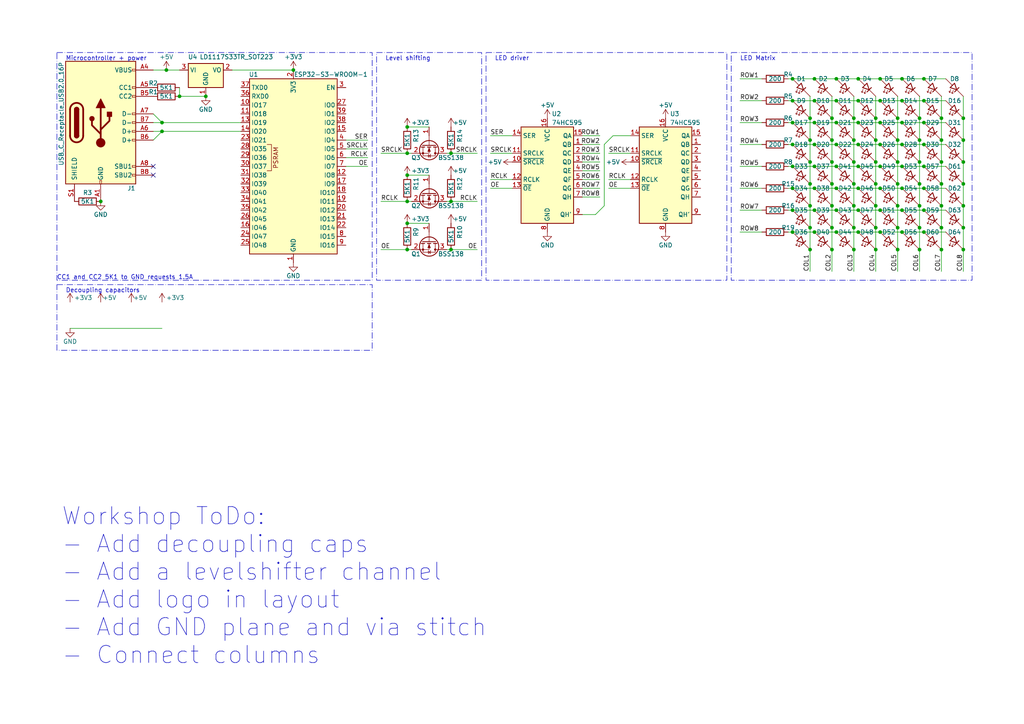
<source format=kicad_sch>
(kicad_sch (version 20230121) (generator eeschema)
  (paper "A4")
  (lib_symbols
    (symbol "74xx:74HC595"
      (property "Reference" "U" (at -7.62 13.97 0))
      (property "Value" "74HC595" (at -7.62 -16.51 0))
      (symbol "74HC595_1_0"
        (pin tri_state line (at 10.16 7.62 180) (length 2.54) (name "QB") (number "1"))
        (pin input line (at -10.16 2.54 0) (length 2.54) (name "~{SRCLR}") (number "10"))
        (pin input line (at -10.16 5.08 0) (length 2.54) (name "SRCLK") (number "11"))
        (pin input line (at -10.16 -2.54 0) (length 2.54) (name "RCLK") (number "12"))
        (pin input line (at -10.16 -5.08 0) (length 2.54) (name "~{OE}") (number "13"))
        (pin input line (at -10.16 10.16 0) (length 2.54) (name "SER") (number "14"))
        (pin tri_state line (at 10.16 10.16 180) (length 2.54) (name "QA") (number "15"))
        (pin power_in line (at 0 15.24 270) (length 2.54) (name "VCC") (number "16"))
        (pin tri_state line (at 10.16 5.08 180) (length 2.54) (name "QC") (number "2"))
        (pin tri_state line (at 10.16 2.54 180) (length 2.54) (name "QD") (number "3"))
        (pin tri_state line (at 10.16 0 180) (length 2.54) (name "QE") (number "4"))
        (pin tri_state line (at 10.16 -2.54 180) (length 2.54) (name "QF") (number "5"))
        (pin tri_state line (at 10.16 -5.08 180) (length 2.54) (name "QG") (number "6"))
        (pin tri_state line (at 10.16 -7.62 180) (length 2.54) (name "QH") (number "7"))
        (pin power_in line (at 0 -17.78 90) (length 2.54) (name "GND") (number "8"))
        (pin output line (at 10.16 -12.7 180) (length 2.54) (name "QH'") (number "9"))
      )
      (symbol "74HC595_1_1"
        (rectangle (start -7.62 12.7) (end 7.62 -15.24) (stroke (width 0.254)) (fill (type background)))
      )
    )
    (symbol "Connector:USB_C_Receptacle_USB2.0_16P" (pin_names (offset 1.016))
      (property "Reference" "J" (at 0 22.225 0))
      (property "Value" "USB_C_Receptacle_USB2.0_16P" (at 0 19.685 0))
      (symbol "USB_C_Receptacle_USB2.0_16P_0_0"
        (rectangle (start -0.254 -17.78) (end 0.254 -16.764))
        (rectangle (start 10.16 -14.986) (end 9.144 -15.494))
        (rectangle (start 10.16 -12.446) (end 9.144 -12.954))
        (rectangle (start 10.16 -4.826) (end 9.144 -5.334))
        (rectangle (start 10.16 -2.286) (end 9.144 -2.794))
        (rectangle (start 10.16 0.254) (end 9.144 -0.254))
        (rectangle (start 10.16 2.794) (end 9.144 2.286))
        (rectangle (start 10.16 7.874) (end 9.144 7.366))
        (rectangle (start 10.16 10.414) (end 9.144 9.906))
        (rectangle (start 10.16 15.494) (end 9.144 14.986))
      )
      (symbol "USB_C_Receptacle_USB2.0_16P_0_1"
        (rectangle (start -10.16 17.78) (end 10.16 -17.78) (stroke (width 0.254)) (fill (type background)))
        (arc (start -8.89 -3.81) (mid -6.985 -5.7067) (end -5.08 -3.81) (stroke (width 0.508)))
        (arc (start -7.62 -3.81) (mid -6.985 -4.4423) (end -6.35 -3.81) (stroke (width 0.254)))
        (arc (start -7.62 -3.81) (mid -6.985 -4.4423) (end -6.35 -3.81) (stroke (width 0.254)) (fill (type outline)))
        (rectangle (start -7.62 -3.81) (end -6.35 3.81) (stroke (width 0.254)) (fill (type outline)))
        (arc (start -6.35 3.81) (mid -6.985 4.4423) (end -7.62 3.81) (stroke (width 0.254)))
        (arc (start -6.35 3.81) (mid -6.985 4.4423) (end -7.62 3.81) (stroke (width 0.254)) (fill (type outline)))
        (arc (start -5.08 3.81) (mid -6.985 5.7067) (end -8.89 3.81) (stroke (width 0.508)))
        (circle (center -2.54 1.143) (radius 0.635) (stroke (width 0.254)) (fill (type outline)))
        (circle (center 0 -5.842) (radius 1.27) (fill (type outline)))
        (polyline (pts (xy -8.89 -3.81) (xy -8.89 3.81)) (stroke (width 0.508)))
        (polyline (pts (xy -5.08 3.81) (xy -5.08 -3.81)) (stroke (width 0.508)))
        (polyline (pts (xy 0 -5.842) (xy 0 4.318)) (stroke (width 0.508)))
        (polyline (pts (xy 0 -3.302) (xy -2.54 -0.762) (xy -2.54 0.508)) (stroke (width 0.508)))
        (polyline (pts (xy 0 -2.032) (xy 2.54 0.508) (xy 2.54 1.778)) (stroke (width 0.508)))
        (polyline (pts (xy -1.27 4.318) (xy 0 6.858) (xy 1.27 4.318) (xy -1.27 4.318)) (stroke (width 0.254)) (fill (type outline)))
        (rectangle (start 1.905 1.778) (end 3.175 3.048) (stroke (width 0.254)) (fill (type outline)))
      )
      (symbol "USB_C_Receptacle_USB2.0_16P_1_1"
        (pin passive line (at 0 -22.86 90) (length 5.08) (name "GND") (number "A1"))
        (pin passive line (at 0 -22.86 90) (length 5.08) hide (name "GND") (number "A12"))
        (pin passive line (at 15.24 15.24 180) (length 5.08) (name "VBUS") (number "A4"))
        (pin bidirectional line (at 15.24 10.16 180) (length 5.08) (name "CC1") (number "A5"))
        (pin bidirectional line (at 15.24 -2.54 180) (length 5.08) (name "D+") (number "A6"))
        (pin bidirectional line (at 15.24 2.54 180) (length 5.08) (name "D-") (number "A7"))
        (pin bidirectional line (at 15.24 -12.7 180) (length 5.08) (name "SBU1") (number "A8"))
        (pin passive line (at 15.24 15.24 180) (length 5.08) hide (name "VBUS") (number "A9"))
        (pin passive line (at 0 -22.86 90) (length 5.08) hide (name "GND") (number "B1"))
        (pin passive line (at 0 -22.86 90) (length 5.08) hide (name "GND") (number "B12"))
        (pin passive line (at 15.24 15.24 180) (length 5.08) hide (name "VBUS") (number "B4"))
        (pin bidirectional line (at 15.24 7.62 180) (length 5.08) (name "CC2") (number "B5"))
        (pin bidirectional line (at 15.24 -5.08 180) (length 5.08) (name "D+") (number "B6"))
        (pin bidirectional line (at 15.24 0 180) (length 5.08) (name "D-") (number "B7"))
        (pin bidirectional line (at 15.24 -15.24 180) (length 5.08) (name "SBU2") (number "B8"))
        (pin passive line (at 15.24 15.24 180) (length 5.08) hide (name "VBUS") (number "B9"))
        (pin passive line (at -7.62 -22.86 90) (length 5.08) (name "SHIELD") (number "S1"))
      )
    )
    (symbol "Device:LED_45deg" (pin_numbers hide) (pin_names (offset 0) hide)
      (property "Reference" "D" (at 1.27 2.54 0))
      (property "Value" "LED_45deg" (at 1.27 0 0))
      (symbol "LED_45deg_0_1"
        (polyline (pts (xy -1.4732 -1.4224) (xy -1.6256 -1.0668)))
        (polyline (pts (xy -0.7112 -1.7272) (xy -0.8636 -1.3716)))
        (polyline (pts (xy -0.635 0.635) (xy -2.54 2.54)))
        (polyline (pts (xy 0 -1.27) (xy 1.27 0)) (stroke (width 0.254)))
        (polyline (pts (xy 2.54 -2.54) (xy 0.635 -0.635)))
        (polyline (pts (xy -1.1176 -0.508) (xy -1.4732 -1.4224) (xy -1.1176 -1.27)))
        (polyline (pts (xy -0.3556 -0.8128) (xy -0.7112 -1.7272) (xy -0.3556 -1.5748)))
        (polyline (pts (xy -1.27 0) (xy 0 1.27) (xy 0.635 -0.635) (xy -1.27 0)) (stroke (width 0.254)))
      )
      (symbol "LED_45deg_1_1"
        (pin passive line (at 2.54 -2.54 180) (length 0) (name "K") (number "1"))
        (pin passive line (at -2.54 2.54 0) (length 0) (name "A") (number "2"))
      )
    )
    (symbol "Device:R" (pin_numbers hide) (pin_names (offset 0))
      (property "Reference" "R" (at 2.032 0 90))
      (property "Value" "R" (at 0 0 90))
      (symbol "R_0_1"
        (rectangle (start -1.016 -2.54) (end 1.016 2.54) (stroke (width 0.254)))
      )
      (symbol "R_1_1"
        (pin passive line (at 0 3.81 270) (length 1.27) (name "~") (number "1"))
        (pin passive line (at 0 -3.81 90) (length 1.27) (name "~") (number "2"))
      )
    )
    (symbol "RF_Module:ESP32-S3-WROOM-1"
      (property "Reference" "U" (at -12.7 26.67 0))
      (property "Value" "ESP32-S3-WROOM-1" (at 12.7 26.67 0))
      (symbol "ESP32-S3-WROOM-1_0_0"
        (rectangle (start -12.7 25.4) (end 12.7 -25.4) (stroke (width 0.254)) (fill (type background)))
        (text "PSRAM" (at 5.08 2.54 900) (effects (font (size 1.27 1.27))))
      )
      (symbol "ESP32-S3-WROOM-1_0_1"
        (polyline (pts (xy 7.62 -1.27) (xy 6.35 -1.27) (xy 6.35 6.35) (xy 7.62 6.35)))
      )
      (symbol "ESP32-S3-WROOM-1_1_1"
        (pin power_in line (at 0 -27.94 90) (length 2.54) (name "GND") (number "1"))
        (pin bidirectional line (at 15.24 17.78 180) (length 2.54) (name "IO17") (number "10"))
        (pin bidirectional line (at 15.24 15.24 180) (length 2.54) (name "IO18") (number "11"))
        (pin bidirectional line (at -15.24 -2.54 0) (length 2.54) (name "IO8") (number "12"))
        (pin bidirectional line (at 15.24 12.7 180) (length 2.54) (name "IO19") (number "13"))
        (pin bidirectional line (at 15.24 10.16 180) (length 2.54) (name "IO20") (number "14"))
        (pin bidirectional line (at -15.24 10.16 0) (length 2.54) (name "IO3") (number "15"))
        (pin bidirectional line (at 15.24 -17.78 180) (length 2.54) (name "IO46") (number "16"))
        (pin bidirectional line (at -15.24 -5.08 0) (length 2.54) (name "IO9") (number "17"))
        (pin bidirectional line (at -15.24 -7.62 0) (length 2.54) (name "IO10") (number "18"))
        (pin bidirectional line (at -15.24 -10.16 0) (length 2.54) (name "IO11") (number "19"))
        (pin power_in line (at 0 27.94 270) (length 2.54) (name "3V3") (number "2"))
        (pin bidirectional line (at -15.24 -12.7 0) (length 2.54) (name "IO12") (number "20"))
        (pin bidirectional line (at -15.24 -15.24 0) (length 2.54) (name "IO13") (number "21"))
        (pin bidirectional line (at -15.24 -17.78 0) (length 2.54) (name "IO14") (number "22"))
        (pin bidirectional line (at 15.24 7.62 180) (length 2.54) (name "IO21") (number "23"))
        (pin bidirectional line (at 15.24 -20.32 180) (length 2.54) (name "IO47") (number "24"))
        (pin bidirectional line (at 15.24 -22.86 180) (length 2.54) (name "IO48") (number "25"))
        (pin bidirectional line (at 15.24 -15.24 180) (length 2.54) (name "IO45") (number "26"))
        (pin bidirectional line (at -15.24 17.78 0) (length 2.54) (name "IO0") (number "27"))
        (pin bidirectional line (at 15.24 5.08 180) (length 2.54) (name "IO35") (number "28"))
        (pin bidirectional line (at 15.24 2.54 180) (length 2.54) (name "IO36") (number "29"))
        (pin input line (at -15.24 22.86 0) (length 2.54) (name "EN") (number "3"))
        (pin bidirectional line (at 15.24 0 180) (length 2.54) (name "IO37") (number "30"))
        (pin bidirectional line (at 15.24 -2.54 180) (length 2.54) (name "IO38") (number "31"))
        (pin bidirectional line (at 15.24 -5.08 180) (length 2.54) (name "IO39") (number "32"))
        (pin bidirectional line (at 15.24 -7.62 180) (length 2.54) (name "IO40") (number "33"))
        (pin bidirectional line (at 15.24 -10.16 180) (length 2.54) (name "IO41") (number "34"))
        (pin bidirectional line (at 15.24 -12.7 180) (length 2.54) (name "IO42") (number "35"))
        (pin bidirectional line (at 15.24 20.32 180) (length 2.54) (name "RXD0") (number "36"))
        (pin bidirectional line (at 15.24 22.86 180) (length 2.54) (name "TXD0") (number "37"))
        (pin bidirectional line (at -15.24 12.7 0) (length 2.54) (name "IO2") (number "38"))
        (pin bidirectional line (at -15.24 15.24 0) (length 2.54) (name "IO1") (number "39"))
        (pin bidirectional line (at -15.24 7.62 0) (length 2.54) (name "IO4") (number "4"))
        (pin passive line (at 0 -27.94 90) (length 2.54) hide (name "GND") (number "40"))
        (pin passive line (at 0 -27.94 90) (length 2.54) hide (name "GND") (number "41"))
        (pin bidirectional line (at -15.24 5.08 0) (length 2.54) (name "IO5") (number "5"))
        (pin bidirectional line (at -15.24 2.54 0) (length 2.54) (name "IO6") (number "6"))
        (pin bidirectional line (at -15.24 0 0) (length 2.54) (name "IO7") (number "7"))
        (pin bidirectional line (at -15.24 -20.32 0) (length 2.54) (name "IO15") (number "8"))
        (pin bidirectional line (at -15.24 -22.86 0) (length 2.54) (name "IO16") (number "9"))
      )
    )
    (symbol "Regulator_Linear:LD1117S33TR_SOT223"
      (property "Reference" "U" (at -3.81 3.175 0))
      (property "Value" "LD1117S33TR_SOT223" (at 0 3.175 0))
      (symbol "LD1117S33TR_SOT223_0_1"
        (rectangle (start -5.08 -5.08) (end 5.08 1.905) (stroke (width 0.254)) (fill (type background)))
      )
      (symbol "LD1117S33TR_SOT223_1_1"
        (pin power_in line (at 0 -7.62 90) (length 2.54) (name "GND") (number "1"))
        (pin power_out line (at 7.62 0 180) (length 2.54) (name "VO") (number "2"))
        (pin power_in line (at -7.62 0 0) (length 2.54) (name "VI") (number "3"))
      )
    )
    (symbol "Transistor_FET:BSS138" (pin_names hide)
      (property "Reference" "Q" (at 5.08 1.905 0))
      (property "Value" "BSS138" (at 5.08 0 0))
      (symbol "BSS138_0_1"
        (polyline (pts (xy 0.254 0) (xy -2.54 0)))
        (polyline (pts (xy 0.254 1.905) (xy 0.254 -1.905)) (stroke (width 0.254)))
        (polyline (pts (xy 0.762 -1.27) (xy 0.762 -2.286)) (stroke (width 0.254)))
        (polyline (pts (xy 0.762 0.508) (xy 0.762 -0.508)) (stroke (width 0.254)))
        (polyline (pts (xy 0.762 2.286) (xy 0.762 1.27)) (stroke (width 0.254)))
        (polyline (pts (xy 2.54 2.54) (xy 2.54 1.778)))
        (polyline (pts (xy 2.54 -2.54) (xy 2.54 0) (xy 0.762 0)))
        (polyline (pts (xy 0.762 -1.778) (xy 3.302 -1.778) (xy 3.302 1.778) (xy 0.762 1.778)))
        (polyline (pts (xy 1.016 0) (xy 2.032 0.381) (xy 2.032 -0.381) (xy 1.016 0)) (fill (type outline)))
        (polyline (pts (xy 2.794 0.508) (xy 2.921 0.381) (xy 3.683 0.381) (xy 3.81 0.254)))
        (polyline (pts (xy 3.302 0.381) (xy 2.921 -0.254) (xy 3.683 -0.254) (xy 3.302 0.381)))
        (circle (center 1.651 0) (radius 2.794) (stroke (width 0.254)))
        (circle (center 2.54 -1.778) (radius 0.254) (fill (type outline)))
        (circle (center 2.54 1.778) (radius 0.254) (fill (type outline)))
      )
      (symbol "BSS138_1_1"
        (pin input line (at -5.08 0 0) (length 2.54) (name "G") (number "1"))
        (pin passive line (at 2.54 -5.08 90) (length 2.54) (name "S") (number "2"))
        (pin passive line (at 2.54 5.08 270) (length 2.54) (name "D") (number "3"))
      )
    )
    (symbol "power:+3V3" (power) (pin_names (offset 0))
      (property "Value" "+3V3" (at 0 3.556 0))
      (symbol "+3V3_0_1"
        (polyline (pts (xy -0.762 1.27) (xy 0 2.54)))
        (polyline (pts (xy 0 0) (xy 0 2.54)))
        (polyline (pts (xy 0 2.54) (xy 0.762 1.27)))
      )
      (symbol "+3V3_1_1"
        (pin power_in line (at 0 0 90) (length 0) hide (name "+3V3") (number "1"))
      )
    )
    (symbol "power:+5V" (power) (pin_names (offset 0))
      (property "Value" "+5V" (at 0 3.556 0))
      (symbol "+5V_0_1"
        (polyline (pts (xy -0.762 1.27) (xy 0 2.54)))
        (polyline (pts (xy 0 0) (xy 0 2.54)))
        (polyline (pts (xy 0 2.54) (xy 0.762 1.27)))
      )
      (symbol "+5V_1_1"
        (pin power_in line (at 0 0 90) (length 0) hide (name "+5V") (number "1"))
      )
    )
    (symbol "power:GND" (power) (pin_names (offset 0))
      (property "Value" "GND" (at 0 -3.81 0))
      (symbol "GND_0_1"
        (polyline (pts (xy 0 0) (xy 0 -1.27) (xy 1.27 -1.27) (xy 0 -2.54) (xy -1.27 -1.27) (xy 0 -1.27)))
      )
      (symbol "GND_1_1"
        (pin power_in line (at 0 0 270) (length 0) hide (name "GND") (number "1"))
      )
    )
  )
  (junction (at 261.62 54.61))
  (junction (at 254 34.29))
  (junction (at 242.57 41.91))
  (junction (at 247.65 46.99))
  (junction (at 267.97 54.61))
  (junction (at 229.87 54.61))
  (junction (at 266.7 40.64))
  (junction (at 248.92 60.96))
  (junction (at 118.11 58.42))
  (junction (at 260.35 34.29))
  (junction (at 267.97 35.56))
  (junction (at 254 46.99))
  (junction (at 241.3 46.99))
  (junction (at 241.3 53.34))
  (junction (at 229.87 22.86))
  (junction (at 279.4 34.29))
  (junction (at 247.65 40.64))
  (junction (at 261.62 29.21))
  (junction (at 241.3 59.69))
  (junction (at 247.65 34.29))
  (junction (at 247.65 59.69))
  (junction (at 247.65 72.39))
  (junction (at 266.7 34.29))
  (junction (at 242.57 67.31))
  (junction (at 260.35 40.64))
  (junction (at 248.92 54.61))
  (junction (at 279.4 53.34))
  (junction (at 266.7 46.99))
  (junction (at 260.35 59.69))
  (junction (at 229.87 48.26))
  (junction (at 261.62 35.56))
  (junction (at 247.65 66.04))
  (junction (at 255.27 67.31))
  (junction (at 247.65 53.34))
  (junction (at 130.81 44.45))
  (junction (at 261.62 67.31))
  (junction (at 267.97 67.31))
  (junction (at 242.57 60.96))
  (junction (at 234.95 66.04))
  (junction (at 279.4 40.64))
  (junction (at 266.7 66.04))
  (junction (at 273.05 72.39))
  (junction (at 241.3 34.29))
  (junction (at 29.21 58.42))
  (junction (at 261.62 22.86))
  (junction (at 242.57 54.61))
  (junction (at 229.87 41.91))
  (junction (at 241.3 72.39))
  (junction (at 118.11 36.83))
  (junction (at 229.87 67.31))
  (junction (at 118.11 50.8))
  (junction (at 273.05 34.29))
  (junction (at 273.05 46.99))
  (junction (at 248.92 67.31))
  (junction (at 254 66.04))
  (junction (at 130.81 72.39))
  (junction (at 255.27 54.61))
  (junction (at 254 53.34))
  (junction (at 260.35 53.34))
  (junction (at 236.22 22.86))
  (junction (at 279.4 66.04))
  (junction (at 46.99 38.1))
  (junction (at 234.95 40.64))
  (junction (at 273.05 40.64))
  (junction (at 267.97 29.21))
  (junction (at 236.22 67.31))
  (junction (at 279.4 59.69))
  (junction (at 273.05 53.34))
  (junction (at 260.35 66.04))
  (junction (at 52.07 27.94))
  (junction (at 234.95 34.29))
  (junction (at 234.95 72.39))
  (junction (at 46.99 35.56))
  (junction (at 242.57 29.21))
  (junction (at 118.11 72.39))
  (junction (at 229.87 29.21))
  (junction (at 254 59.69))
  (junction (at 248.92 48.26))
  (junction (at 59.69 27.94))
  (junction (at 248.92 22.86))
  (junction (at 248.92 35.56))
  (junction (at 267.97 48.26))
  (junction (at 234.95 53.34))
  (junction (at 260.35 72.39))
  (junction (at 255.27 29.21))
  (junction (at 236.22 35.56))
  (junction (at 236.22 29.21))
  (junction (at 254 40.64))
  (junction (at 85.09 20.32))
  (junction (at 241.3 66.04))
  (junction (at 236.22 48.26))
  (junction (at 236.22 54.61))
  (junction (at 241.3 40.64))
  (junction (at 266.7 59.69))
  (junction (at 260.35 46.99))
  (junction (at 234.95 46.99))
  (junction (at 261.62 48.26))
  (junction (at 130.81 58.42))
  (junction (at 266.7 53.34))
  (junction (at 118.11 44.45))
  (junction (at 242.57 35.56))
  (junction (at 255.27 60.96))
  (junction (at 254 72.39))
  (junction (at 229.87 35.56))
  (junction (at 118.11 64.77))
  (junction (at 267.97 22.86))
  (junction (at 273.05 59.69))
  (junction (at 267.97 41.91))
  (junction (at 236.22 41.91))
  (junction (at 279.4 72.39))
  (junction (at 236.22 60.96))
  (junction (at 242.57 48.26))
  (junction (at 273.05 66.04))
  (junction (at 248.92 41.91))
  (junction (at 266.7 72.39))
  (junction (at 234.95 59.69))
  (junction (at 255.27 41.91))
  (junction (at 261.62 60.96))
  (junction (at 267.97 60.96))
  (junction (at 48.26 20.32))
  (junction (at 255.27 22.86))
  (junction (at 255.27 35.56))
  (junction (at 255.27 48.26))
  (junction (at 279.4 46.99))
  (junction (at 261.62 41.91))
  (junction (at 242.57 22.86))
  (junction (at 229.87 60.96))
  (junction (at 248.92 29.21))
  (no_connect (at 44.45 50.8))
  (no_connect (at 44.45 48.26))
  (wire (pts (xy 106.68 48.26) (xy 100.33 48.26)))
  (wire (pts (xy 241.3 66.04) (xy 241.3 59.69)))
  (wire (pts (xy 46.99 38.1) (xy 44.45 40.64)))
  (wire (pts (xy 247.65 46.99) (xy 247.65 40.64)))
  (wire (pts (xy 242.57 48.26) (xy 248.92 48.26)))
  (wire (pts (xy 255.27 29.21) (xy 261.62 29.21)))
  (wire (pts (xy 234.95 72.39) (xy 234.95 66.04)))
  (wire (pts (xy 168.91 54.61) (xy 173.99 54.61)))
  (wire (pts (xy 241.3 34.29) (xy 241.3 27.94)))
  (wire (pts (xy 247.65 34.29) (xy 247.65 40.64)))
  (wire (pts (xy 241.3 34.29) (xy 241.3 40.64)))
  (wire (pts (xy 273.05 46.99) (xy 273.05 53.34)))
  (wire (pts (xy 273.05 34.29) (xy 273.05 27.94)))
  (wire (pts (xy 214.63 48.26) (xy 220.98 48.26)))
  (wire (pts (xy 46.99 35.56) (xy 69.85 35.56)))
  (wire (pts (xy 254 72.39) (xy 254 66.04)))
  (wire (pts (xy 228.6 54.61) (xy 229.87 54.61)))
  (wire (pts (xy 254 46.99) (xy 254 40.64)))
  (wire (pts (xy 247.65 34.29) (xy 247.65 27.94)))
  (wire (pts (xy 248.92 48.26) (xy 255.27 48.26)))
  (wire (pts (xy 168.91 41.91) (xy 173.99 41.91)))
  (wire (pts (xy 279.4 46.99) (xy 279.4 53.34)))
  (wire (pts (xy 130.81 58.42) (xy 129.54 58.42)))
  (wire (pts (xy 214.63 35.56) (xy 220.98 35.56)))
  (wire (pts (xy 118.11 36.83) (xy 124.46 36.83)))
  (wire (pts (xy 266.7 34.29) (xy 266.7 40.64)))
  (wire (pts (xy 261.62 48.26) (xy 267.97 48.26)))
  (wire (pts (xy 110.49 58.42) (xy 118.11 58.42)))
  (wire (pts (xy 236.22 29.21) (xy 242.57 29.21)))
  (wire (pts (xy 267.97 48.26) (xy 274.32 48.26)))
  (wire (pts (xy 214.63 41.91) (xy 220.98 41.91)))
  (wire (pts (xy 279.4 78.74) (xy 279.4 72.39)))
  (wire (pts (xy 247.65 66.04) (xy 247.65 59.69)))
  (wire (pts (xy 46.99 38.1) (xy 69.85 38.1)))
  (wire (pts (xy 242.57 22.86) (xy 248.92 22.86)))
  (wire (pts (xy 267.97 54.61) (xy 274.32 54.61)))
  (wire (pts (xy 248.92 35.56) (xy 255.27 35.56)))
  (wire (pts (xy 228.6 35.56) (xy 229.87 35.56)))
  (wire (pts (xy 273.05 66.04) (xy 273.05 59.69)))
  (wire (pts (xy 267.97 22.86) (xy 274.32 22.86)))
  (wire (pts (xy 242.57 60.96) (xy 248.92 60.96)))
  (wire (pts (xy 229.87 67.31) (xy 236.22 67.31)))
  (wire (pts (xy 214.63 22.86) (xy 220.98 22.86)))
  (wire (pts (xy 242.57 35.56) (xy 248.92 35.56)))
  (wire (pts (xy 261.62 29.21) (xy 267.97 29.21)))
  (wire (pts (xy 273.05 78.74) (xy 273.05 72.39)))
  (wire (pts (xy 254 59.69) (xy 254 53.34)))
  (wire (pts (xy 279.4 34.29) (xy 279.4 40.64)))
  (wire (pts (xy 110.49 44.45) (xy 118.11 44.45)))
  (wire (pts (xy 177.8 39.37) (xy 182.88 39.37)))
  (wire (pts (xy 261.62 35.56) (xy 267.97 35.56)))
  (wire (pts (xy 247.65 78.74) (xy 247.65 72.39)))
  (wire (pts (xy 247.65 46.99) (xy 247.65 53.34)))
  (wire (pts (xy 279.4 59.69) (xy 279.4 53.34)))
  (wire (pts (xy 142.24 44.45) (xy 148.59 44.45)))
  (wire (pts (xy 254 34.29) (xy 254 27.94)))
  (wire (pts (xy 248.92 67.31) (xy 255.27 67.31)))
  (wire (pts (xy 118.11 72.39) (xy 119.38 72.39)))
  (wire (pts (xy 255.27 35.56) (xy 261.62 35.56)))
  (wire (pts (xy 241.3 78.74) (xy 241.3 72.39)))
  (wire (pts (xy 260.35 66.04) (xy 260.35 59.69)))
  (wire (pts (xy 247.65 59.69) (xy 247.65 53.34)))
  (wire (pts (xy 273.05 72.39) (xy 273.05 66.04)))
  (wire (pts (xy 267.97 35.56) (xy 274.32 35.56)))
  (wire (pts (xy 261.62 54.61) (xy 267.97 54.61)))
  (wire (pts (xy 44.45 20.32) (xy 48.26 20.32)))
  (wire (pts (xy 130.81 44.45) (xy 129.54 44.45)))
  (wire (pts (xy 228.6 29.21) (xy 229.87 29.21)))
  (wire (pts (xy 176.53 44.45) (xy 182.88 44.45)))
  (wire (pts (xy 234.95 34.29) (xy 234.95 40.64)))
  (wire (pts (xy 229.87 41.91) (xy 236.22 41.91)))
  (wire (pts (xy 228.6 48.26) (xy 229.87 48.26)))
  (wire (pts (xy 266.7 59.69) (xy 266.7 53.34)))
  (wire (pts (xy 260.35 46.99) (xy 260.35 40.64)))
  (wire (pts (xy 44.45 38.1) (xy 46.99 38.1)))
  (wire (pts (xy 229.87 60.96) (xy 236.22 60.96)))
  (wire (pts (xy 267.97 60.96) (xy 274.32 60.96)))
  (wire (pts (xy 44.45 35.56) (xy 46.99 35.56)))
  (wire (pts (xy 234.95 46.99) (xy 234.95 53.34)))
  (wire (pts (xy 229.87 29.21) (xy 236.22 29.21)))
  (wire (pts (xy 266.7 34.29) (xy 266.7 27.94)))
  (wire (pts (xy 236.22 22.86) (xy 242.57 22.86)))
  (wire (pts (xy 255.27 60.96) (xy 261.62 60.96)))
  (wire (pts (xy 130.81 58.42) (xy 138.43 58.42)))
  (wire (pts (xy 142.24 52.07) (xy 148.59 52.07)))
  (wire (pts (xy 175.26 59.69) (xy 175.26 41.91)))
  (wire (pts (xy 236.22 48.26) (xy 242.57 48.26)))
  (wire (pts (xy 214.63 60.96) (xy 220.98 60.96)))
  (wire (pts (xy 242.57 29.21) (xy 248.92 29.21)))
  (wire (pts (xy 236.22 35.56) (xy 242.57 35.56)))
  (wire (pts (xy 236.22 67.31) (xy 242.57 67.31)))
  (wire (pts (xy 266.7 46.99) (xy 266.7 53.34)))
  (wire (pts (xy 168.91 49.53) (xy 173.99 49.53)))
  (wire (pts (xy 234.95 78.74) (xy 234.95 72.39)))
  (wire (pts (xy 255.27 41.91) (xy 261.62 41.91)))
  (wire (pts (xy 236.22 60.96) (xy 242.57 60.96)))
  (wire (pts (xy 248.92 22.86) (xy 255.27 22.86)))
  (wire (pts (xy 106.68 45.72) (xy 100.33 45.72)))
  (wire (pts (xy 20.32 95.25) (xy 46.99 95.25)))
  (wire (pts (xy 44.45 33.02) (xy 46.99 35.56)))
  (wire (pts (xy 266.7 66.04) (xy 266.7 59.69)))
  (wire (pts (xy 260.35 59.69) (xy 260.35 53.34)))
  (wire (pts (xy 214.63 54.61) (xy 220.98 54.61)))
  (wire (pts (xy 261.62 67.31) (xy 267.97 67.31)))
  (wire (pts (xy 234.95 46.99) (xy 234.95 40.64)))
  (wire (pts (xy 255.27 54.61) (xy 261.62 54.61)))
  (wire (pts (xy 261.62 22.86) (xy 267.97 22.86)))
  (wire (pts (xy 279.4 46.99) (xy 279.4 40.64)))
  (wire (pts (xy 67.31 20.32) (xy 85.09 20.32)))
  (wire (pts (xy 242.57 54.61) (xy 248.92 54.61)))
  (wire (pts (xy 168.91 57.15) (xy 173.99 57.15)))
  (wire (pts (xy 247.65 72.39) (xy 247.65 66.04)))
  (wire (pts (xy 266.7 72.39) (xy 266.7 66.04)))
  (wire (pts (xy 236.22 54.61) (xy 242.57 54.61)))
  (wire (pts (xy 279.4 72.39) (xy 279.4 66.04)))
  (wire (pts (xy 260.35 78.74) (xy 260.35 72.39)))
  (wire (pts (xy 234.95 66.04) (xy 234.95 59.69)))
  (wire (pts (xy 118.11 64.77) (xy 124.46 64.77)))
  (wire (pts (xy 241.3 72.39) (xy 241.3 66.04)))
  (wire (pts (xy 279.4 66.04) (xy 279.4 59.69)))
  (wire (pts (xy 267.97 67.31) (xy 274.32 67.31)))
  (wire (pts (xy 142.24 39.37) (xy 148.59 39.37)))
  (wire (pts (xy 260.35 46.99) (xy 260.35 53.34)))
  (wire (pts (xy 52.07 20.32) (xy 48.26 20.32)))
  (wire (pts (xy 175.26 41.91) (xy 177.8 39.37)))
  (wire (pts (xy 168.91 39.37) (xy 173.99 39.37)))
  (wire (pts (xy 248.92 41.91) (xy 255.27 41.91)))
  (wire (pts (xy 52.07 27.94) (xy 52.07 25.4)))
  (wire (pts (xy 241.3 59.69) (xy 241.3 53.34)))
  (wire (pts (xy 118.11 50.8) (xy 124.46 50.8)))
  (wire (pts (xy 229.87 22.86) (xy 236.22 22.86)))
  (wire (pts (xy 229.87 54.61) (xy 236.22 54.61)))
  (wire (pts (xy 168.91 62.23) (xy 172.72 62.23)))
  (wire (pts (xy 168.91 46.99) (xy 173.99 46.99)))
  (wire (pts (xy 110.49 72.39) (xy 118.11 72.39)))
  (wire (pts (xy 255.27 67.31) (xy 261.62 67.31)))
  (wire (pts (xy 168.91 44.45) (xy 173.99 44.45)))
  (wire (pts (xy 254 78.74) (xy 254 72.39)))
  (wire (pts (xy 260.35 34.29) (xy 260.35 40.64)))
  (wire (pts (xy 273.05 34.29) (xy 273.05 40.64)))
  (wire (pts (xy 266.7 78.74) (xy 266.7 72.39)))
  (wire (pts (xy 228.6 41.91) (xy 229.87 41.91)))
  (wire (pts (xy 261.62 41.91) (xy 267.97 41.91)))
  (wire (pts (xy 279.4 34.29) (xy 279.4 27.94)))
  (wire (pts (xy 106.68 40.64) (xy 100.33 40.64)))
  (wire (pts (xy 267.97 29.21) (xy 274.32 29.21)))
  (wire (pts (xy 214.63 67.31) (xy 220.98 67.31)))
  (wire (pts (xy 273.05 46.99) (xy 273.05 40.64)))
  (wire (pts (xy 236.22 41.91) (xy 242.57 41.91)))
  (wire (pts (xy 260.35 72.39) (xy 260.35 66.04)))
  (wire (pts (xy 142.24 54.61) (xy 148.59 54.61)))
  (wire (pts (xy 255.27 48.26) (xy 261.62 48.26)))
  (wire (pts (xy 172.72 62.23) (xy 175.26 59.69)))
  (wire (pts (xy 254 66.04) (xy 254 59.69)))
  (wire (pts (xy 118.11 44.45) (xy 119.38 44.45)))
  (wire (pts (xy 266.7 46.99) (xy 266.7 40.64)))
  (wire (pts (xy 241.3 46.99) (xy 241.3 53.34)))
  (wire (pts (xy 176.53 54.61) (xy 182.88 54.61)))
  (wire (pts (xy 254 46.99) (xy 254 53.34)))
  (wire (pts (xy 234.95 34.29) (xy 234.95 27.94)))
  (wire (pts (xy 130.81 72.39) (xy 129.54 72.39)))
  (wire (pts (xy 248.92 60.96) (xy 255.27 60.96)))
  (wire (pts (xy 229.87 35.56) (xy 236.22 35.56)))
  (wire (pts (xy 176.53 52.07) (xy 182.88 52.07)))
  (wire (pts (xy 260.35 34.29) (xy 260.35 27.94)))
  (wire (pts (xy 106.68 43.18) (xy 100.33 43.18)))
  (wire (pts (xy 241.3 46.99) (xy 241.3 40.64)))
  (wire (pts (xy 228.6 22.86) (xy 229.87 22.86)))
  (wire (pts (xy 267.97 41.91) (xy 274.32 41.91)))
  (wire (pts (xy 254 34.29) (xy 254 40.64)))
  (wire (pts (xy 228.6 60.96) (xy 229.87 60.96)))
  (wire (pts (xy 273.05 59.69) (xy 273.05 53.34)))
  (wire (pts (xy 248.92 54.61) (xy 255.27 54.61)))
  (wire (pts (xy 242.57 41.91) (xy 248.92 41.91)))
  (wire (pts (xy 261.62 60.96) (xy 267.97 60.96)))
  (wire (pts (xy 168.91 52.07) (xy 173.99 52.07)))
  (wire (pts (xy 52.07 27.94) (xy 59.69 27.94)))
  (wire (pts (xy 214.63 29.21) (xy 220.98 29.21)))
  (wire (pts (xy 118.11 58.42) (xy 119.38 58.42)))
  (wire (pts (xy 130.81 72.39) (xy 138.43 72.39)))
  (wire (pts (xy 234.95 59.69) (xy 234.95 53.34)))
  (wire (pts (xy 130.81 44.45) (xy 138.43 44.45)))
  (wire (pts (xy 255.27 22.86) (xy 261.62 22.86)))
  (wire (pts (xy 242.57 67.31) (xy 248.92 67.31)))
  (wire (pts (xy 248.92 29.21) (xy 255.27 29.21)))
  (wire (pts (xy 228.6 67.31) (xy 229.87 67.31)))
  (wire (pts (xy 229.87 48.26) (xy 236.22 48.26)))
  (rectangle (start 212.09 15.24) (end 281.94 81.28) (stroke (width 0) (type dash_dot)))
  (rectangle (start 16.51 82.55) (end 107.95 101.6) (stroke (width 0) (type dash_dot)))
  (rectangle (start 109.22 15.24) (end 139.7 81.28) (stroke (width 0) (type dash_dot)))
  (rectangle (start 140.97 15.24) (end 210.82 81.28) (stroke (width 0) (type dash_dot)))
  (rectangle (start 16.51 15.24) (end 107.95 81.28) (stroke (width 0) (type dash_dot)))
  (text "Level shifting" (at 111.76 17.78 0) (effects (font (size 1.27 1.27)) (justify left bottom)))
  (text "LED driver" (at 143.51 17.78 0) (effects (font (size 1.27 1.27)) (justify left bottom)))
  (text "CC1 and CC2 5K1 to GND requests 1.5A" (at 16.51 81.28 0) (effects (font (size 1.27 1.27)) (justify left bottom)))
  (text "Workshop ToDo:\n- Add decoupling caps\n- Add a levelshifter channel\n- Add logo in layout\n- Add GND plane and via stitch\n- Connect columns" (at 17.78 193.04 0) (effects (font (size 5 5)) (justify left bottom)))
  (text "Decoupling capacitors" (at 19.05 85.09 0) (effects (font (size 1.27 1.27)) (justify left bottom)))
  (text "Microcontroller + power" (at 19.05 17.78 0) (effects (font (size 1.27 1.27)) (justify left bottom)))
  (text "LED Matrix" (at 214.63 17.78 0) (effects (font (size 1.27 1.27)) (justify left bottom)))
  (label "ROW8" (at 214.63 67.31 0))
  (label "SRCLK" (at 106.68 43.18 180))
  (label "ROW2" (at 173.99 41.91 180))
  (label "SRCLK" (at 142.24 44.45 0))
  (label "ROW7" (at 173.99 54.61 180))
  (label "COL3" (at 247.65 78.74 90))
  (label "RCLK" (at 138.43 58.42 180))
  (label "ROW1" (at 214.63 22.86 0))
  (label "SRCLK" (at 176.53 44.45 0))
  (label "OE" (at 176.53 54.61 0))
  (label "ROW4" (at 214.63 41.91 0))
  (label "ROW5" (at 214.63 48.26 0))
  (label "ROW7" (at 214.63 60.96 0))
  (label "ROW4" (at 173.99 46.99 180))
  (label "ROW6" (at 173.99 52.07 180))
  (label "COL5" (at 260.35 78.74 90))
  (label "COL2" (at 241.3 78.74 90))
  (label "RCLK" (at 142.24 52.07 0))
  (label "COL1" (at 234.95 78.74 90))
  (label "COL4" (at 254 78.74 90))
  (label "COL7" (at 273.05 78.74 90))
  (label "ROW5" (at 173.99 49.53 180))
  (label "SRCLK" (at 110.49 44.45 0))
  (label "ROW6" (at 214.63 54.61 0))
  (label "ROW3" (at 214.63 35.56 0))
  (label "COL8" (at 279.4 78.74 90))
  (label "COL6" (at 266.7 78.74 90))
  (label "ROW1" (at 173.99 39.37 180))
  (label "SER" (at 142.24 39.37 0))
  (label "ROW8" (at 173.99 57.15 180))
  (label "OE" (at 106.68 48.26 180))
  (label "RCLK" (at 106.68 45.72 180))
  (label "OE" (at 138.43 72.39 180))
  (label "SRCLK" (at 138.43 44.45 180))
  (label "ROW3" (at 173.99 44.45 180))
  (label "SER" (at 106.68 40.64 180))
  (label "ROW2" (at 214.63 29.21 0))
  (label "OE" (at 142.24 54.61 0))
  (label "RCLK" (at 176.53 52.07 0))
  (label "OE" (at 110.49 72.39 0))
  (label "RCLK" (at 110.49 58.42 0))
  (symbol (lib_id "Connector:USB_C_Receptacle_USB2.0_16P") (at 29.21 35.56 0) (unit 1)
    (property "Reference" "J1" (at 38.1 54.61 0))
    (property "Value" "USB_C_Receptacle_USB2.0_16P" (at 17.78 33.02 90))
    (property "Footprint" "Connector_USB:USB_C_Receptacle_HCTL_HC-TYPE-C-16P-01A" (effects hide))
    (property "Datasheet" "https://www.usb.org/sites/default/files/documents/usb_type-c.zip" (effects hide))
  )
  (symbol (lib_id "Device:LED_45deg") (at 276.86 31.75 0) (unit 1)
    (property "Reference" "D16" (at 276.86 29.21 0))
    (property "Value" "LED_45deg" (effects hide))
    (property "Footprint" "LED_SMD:LED_0805_2012Metric" (effects hide))
  )
  (symbol (lib_id "power:+3V3") (at 118.11 50.8 0) (unit 1)
    (property "Reference" "#PWR05" (effects hide))
    (property "Value" "+3V3" (at 121.92 49.53 0))
  )
  (symbol (lib_id "Device:LED_45deg") (at 276.86 38.1 0) (unit 1)
    (property "Reference" "D31" (at 276.86 35.56 0))
    (property "Value" "LED_45deg" (effects hide))
    (property "Footprint" "LED_SMD:LED_0805_2012Metric" (effects hide))
  )
  (symbol (lib_id "power:+5V") (at 182.88 46.99 90) (unit 1)
    (property "Reference" "#PWR09" (effects hide))
    (property "Value" "+5V" (at 177.8 46.99 90))
  )
  (symbol (lib_id "power:+5V") (at 148.59 46.99 90) (unit 1)
    (property "Reference" "#PWR018" (effects hide))
    (property "Value" "+5V" (at 143.51 46.99 90))
  )
  (symbol (lib_id "Device:LED_45deg") (at 270.51 44.45 0) (unit 1)
    (property "Reference" "D30" (at 270.51 41.91 0))
    (property "Value" "LED_45deg" (effects hide))
    (property "Footprint" "LED_SMD:LED_0805_2012Metric" (effects hide))
  )
  (symbol (lib_id "Device:LED_45deg") (at 238.76 38.1 0) (unit 1)
    (property "Reference" "D19" (at 238.76 35.56 0))
    (property "Value" "LED_45deg" (effects hide))
    (property "Footprint" "LED_SMD:LED_0805_2012Metric" (effects hide))
  )
  (symbol (lib_id "power:+3V3") (at 20.32 87.63 0) (unit 1)
    (property "Reference" "#PWR010" (effects hide))
    (property "Value" "+3V3" (at 24.13 86.36 0))
  )
  (symbol (lib_id "power:GND") (at 85.09 76.2 0) (unit 1)
    (property "Reference" "#PWR015" (effects hide))
    (property "Value" "GND" (at 85.09 80.01 0))
  )
  (symbol (lib_id "Device:R") (at 118.11 40.64 180) (unit 1)
    (property "Reference" "R13" (at 120.65 39.37 90))
    (property "Value" "5K1" (at 118.11 40.64 90))
    (property "Footprint" "Resistor_SMD:R_0805_2012Metric" (effects hide))
  )
  (symbol (lib_id "Device:LED_45deg") (at 232.41 69.85 0) (unit 1)
    (property "Reference" "D36" (at 232.41 67.31 0))
    (property "Value" "LED_45deg" (effects hide))
    (property "Footprint" "LED_SMD:LED_0805_2012Metric" (effects hide))
  )
  (symbol (lib_id "power:+5V") (at 130.81 64.77 0) (unit 1)
    (property "Reference" "#PWR04" (effects hide))
    (property "Value" "+5V" (at 133.35 63.5 0))
  )
  (symbol (lib_id "Device:LED_45deg") (at 232.41 57.15 0) (unit 1)
    (property "Reference" "D34" (at 232.41 54.61 0))
    (property "Value" "LED_45deg" (effects hide))
    (property "Footprint" "LED_SMD:LED_0805_2012Metric" (effects hide))
  )
  (symbol (lib_id "Device:LED_45deg") (at 238.76 44.45 0) (unit 1)
    (property "Reference" "D20" (at 238.76 41.91 0))
    (property "Value" "LED_45deg" (effects hide))
    (property "Footprint" "LED_SMD:LED_0805_2012Metric" (effects hide))
  )
  (symbol (lib_id "Device:LED_45deg") (at 270.51 31.75 0) (unit 1)
    (property "Reference" "D15" (at 270.51 29.21 0))
    (property "Value" "LED_45deg" (effects hide))
    (property "Footprint" "LED_SMD:LED_0805_2012Metric" (effects hide))
  )
  (symbol (lib_id "power:+5V") (at 29.21 87.63 0) (unit 1)
    (property "Reference" "#PWR021" (effects hide))
    (property "Value" "+5V" (at 31.75 86.36 0))
  )
  (symbol (lib_id "Device:LED_45deg") (at 232.41 63.5 0) (unit 1)
    (property "Reference" "D35" (at 232.41 60.96 0))
    (property "Value" "LED_45deg" (effects hide))
    (property "Footprint" "LED_SMD:LED_0805_2012Metric" (effects hide))
  )
  (symbol (lib_id "Device:R") (at 118.11 68.58 180) (unit 1)
    (property "Reference" "R9" (at 120.65 67.31 90))
    (property "Value" "5K1" (at 118.11 68.58 90))
    (property "Footprint" "Resistor_SMD:R_0805_2012Metric" (effects hide))
  )
  (symbol (lib_id "power:+5V") (at 130.81 36.83 0) (unit 1)
    (property "Reference" "#PWR08" (effects hide))
    (property "Value" "+5V" (at 133.35 35.56 0))
  )
  (symbol (lib_id "power:+3V3") (at 46.99 87.63 0) (unit 1)
    (property "Reference" "#PWR023" (effects hide))
    (property "Value" "+3V3" (at 50.8 86.36 0))
  )
  (symbol (lib_id "Device:LED_45deg") (at 276.86 69.85 0) (unit 1)
    (property "Reference" "D64" (at 276.86 67.31 0))
    (property "Value" "LED_45deg" (effects hide))
    (property "Footprint" "LED_SMD:LED_0805_2012Metric" (effects hide))
  )
  (symbol (lib_id "Device:LED_45deg") (at 245.11 44.45 0) (unit 1)
    (property "Reference" "D22" (at 245.11 41.91 0))
    (property "Value" "LED_45deg" (effects hide))
    (property "Footprint" "LED_SMD:LED_0805_2012Metric" (effects hide))
  )
  (symbol (lib_id "Device:LED_45deg") (at 251.46 57.15 0) (unit 1)
    (property "Reference" "D46" (at 251.46 54.61 0))
    (property "Value" "LED_45deg" (effects hide))
    (property "Footprint" "LED_SMD:LED_0805_2012Metric" (effects hide))
  )
  (symbol (lib_id "power:GND") (at 29.21 58.42 0) (unit 1)
    (property "Reference" "#PWR01" (effects hide))
    (property "Value" "GND" (at 29.21 62.23 0))
  )
  (symbol (lib_id "Device:R") (at 25.4 58.42 90) (unit 1)
    (property "Reference" "R3" (at 25.4 55.88 90))
    (property "Value" "5K1" (at 25.4 58.42 90))
    (property "Footprint" "Resistor_SMD:R_0805_2012Metric" (effects hide))
  )
  (symbol (lib_id "Device:LED_45deg") (at 270.51 69.85 0) (unit 1)
    (property "Reference" "D60" (at 270.51 67.31 0))
    (property "Value" "LED_45deg" (effects hide))
    (property "Footprint" "LED_SMD:LED_0805_2012Metric" (effects hide))
  )
  (symbol (lib_id "Device:LED_45deg") (at 257.81 38.1 0) (unit 1)
    (property "Reference" "D25" (at 257.81 35.56 0))
    (property "Value" "LED_45deg" (effects hide))
    (property "Footprint" "LED_SMD:LED_0805_2012Metric" (effects hide))
  )
  (symbol (lib_id "Device:LED_45deg") (at 251.46 31.75 0) (unit 1)
    (property "Reference" "D12" (at 251.46 29.21 0))
    (property "Value" "LED_45deg" (effects hide))
    (property "Footprint" "LED_SMD:LED_0805_2012Metric" (effects hide))
  )
  (symbol (lib_id "Device:LED_45deg") (at 264.16 31.75 0) (unit 1)
    (property "Reference" "D14" (at 264.16 29.21 0))
    (property "Value" "LED_45deg" (effects hide))
    (property "Footprint" "LED_SMD:LED_0805_2012Metric" (effects hide))
  )
  (symbol (lib_id "Device:R") (at 224.79 29.21 90) (unit 1)
    (property "Reference" "R5" (at 228.6 27.94 90))
    (property "Value" "200" (at 224.79 29.21 90))
    (property "Footprint" "Resistor_SMD:R_0805_2012Metric" (effects hide))
  )
  (symbol (lib_id "Device:LED_45deg") (at 232.41 31.75 0) (unit 1)
    (property "Reference" "D9" (at 232.41 29.21 0))
    (property "Value" "LED_45deg" (effects hide))
    (property "Footprint" "LED_SMD:LED_0805_2012Metric" (effects hide))
  )
  (symbol (lib_id "Device:LED_45deg") (at 276.86 25.4 0) (unit 1)
    (property "Reference" "D8" (at 276.86 22.86 0))
    (property "Value" "LED_45deg" (effects hide))
    (property "Footprint" "LED_SMD:LED_0805_2012Metric" (effects hide))
  )
  (symbol (lib_id "Device:LED_45deg") (at 257.81 25.4 0) (unit 1)
    (property "Reference" "D5" (at 257.81 22.86 0))
    (property "Value" "LED_45deg" (effects hide))
    (property "Footprint" "LED_SMD:LED_0805_2012Metric" (effects hide))
  )
  (symbol (lib_id "Device:R") (at 224.79 41.91 90) (unit 1)
    (property "Reference" "R7" (at 228.6 40.64 90))
    (property "Value" "200" (at 224.79 41.91 90))
    (property "Footprint" "Resistor_SMD:R_0805_2012Metric" (effects hide))
  )
  (symbol (lib_id "Transistor_FET:BSS138") (at 124.46 69.85 270) (unit 1)
    (property "Reference" "Q1" (at 120.65 73.66 90))
    (property "Value" "BSS138" (at 130.81 73.66 90))
    (property "Footprint" "Package_TO_SOT_SMD:SOT-23" (effects hide))
    (property "Datasheet" "https://www.onsemi.com/pub/Collateral/BSS138-D.PDF" (effects hide))
  )
  (symbol (lib_id "power:GND") (at 20.32 95.25 0) (unit 1)
    (property "Reference" "#PWR024" (effects hide))
    (property "Value" "GND" (at 20.32 99.06 0))
  )
  (symbol (lib_id "Device:LED_45deg") (at 238.76 31.75 0) (unit 1)
    (property "Reference" "D10" (at 238.76 29.21 0))
    (property "Value" "LED_45deg" (effects hide))
    (property "Footprint" "LED_SMD:LED_0805_2012Metric" (effects hide))
  )
  (symbol (lib_id "power:+5V") (at 193.04 34.29 0) (unit 1)
    (property "Reference" "#PWR020" (effects hide))
    (property "Value" "+5V" (at 193.04 30.48 0))
  )
  (symbol (lib_id "Device:LED_45deg") (at 257.81 44.45 0) (unit 1)
    (property "Reference" "D26" (at 257.81 41.91 0))
    (property "Value" "LED_45deg" (effects hide))
    (property "Footprint" "LED_SMD:LED_0805_2012Metric" (effects hide))
  )
  (symbol (lib_id "Device:LED_45deg") (at 232.41 50.8 0) (unit 1)
    (property "Reference" "D33" (at 232.41 48.26 0))
    (property "Value" "LED_45deg" (effects hide))
    (property "Footprint" "LED_SMD:LED_0805_2012Metric" (effects hide))
  )
  (symbol (lib_id "power:GND") (at 193.04 67.31 0) (unit 1)
    (property "Reference" "#PWR013" (effects hide))
    (property "Value" "GND" (at 193.04 71.12 0))
  )
  (symbol (lib_id "Device:R") (at 224.79 60.96 90) (unit 1)
    (property "Reference" "R16" (at 228.6 59.69 90))
    (property "Value" "200" (at 224.79 60.96 90))
    (property "Footprint" "Resistor_SMD:R_0805_2012Metric" (effects hide))
  )
  (symbol (lib_id "Device:LED_45deg") (at 270.51 25.4 0) (unit 1)
    (property "Reference" "D7" (at 270.51 22.86 0))
    (property "Value" "LED_45deg" (effects hide))
    (property "Footprint" "LED_SMD:LED_0805_2012Metric" (effects hide))
  )
  (symbol (lib_id "Device:LED_45deg") (at 270.51 50.8 0) (unit 1)
    (property "Reference" "D57" (at 270.51 48.26 0))
    (property "Value" "LED_45deg" (effects hide))
    (property "Footprint" "LED_SMD:LED_0805_2012Metric" (effects hide))
  )
  (symbol (lib_id "Device:LED_45deg") (at 264.16 25.4 0) (unit 1)
    (property "Reference" "D6" (at 264.16 22.86 0))
    (property "Value" "LED_45deg" (effects hide))
    (property "Footprint" "LED_SMD:LED_0805_2012Metric" (effects hide))
  )
  (symbol (lib_id "Device:LED_45deg") (at 264.16 38.1 0) (unit 1)
    (property "Reference" "D27" (at 264.16 35.56 0))
    (property "Value" "LED_45deg" (effects hide))
    (property "Footprint" "LED_SMD:LED_0805_2012Metric" (effects hide))
  )
  (symbol (lib_id "Device:LED_45deg") (at 251.46 50.8 0) (unit 1)
    (property "Reference" "D45" (at 251.46 48.26 0))
    (property "Value" "LED_45deg" (effects hide))
    (property "Footprint" "LED_SMD:LED_0805_2012Metric" (effects hide))
  )
  (symbol (lib_id "Device:LED_45deg") (at 238.76 63.5 0) (unit 1)
    (property "Reference" "D39" (at 238.76 60.96 0))
    (property "Value" "LED_45deg" (effects hide))
    (property "Footprint" "LED_SMD:LED_0805_2012Metric" (effects hide))
  )
  (symbol (lib_id "Device:R") (at 224.79 67.31 90) (unit 1)
    (property "Reference" "R19" (at 228.6 66.04 90))
    (property "Value" "200" (at 224.79 67.31 90))
    (property "Footprint" "Resistor_SMD:R_0805_2012Metric" (effects hide))
  )
  (symbol (lib_id "Device:LED_45deg") (at 251.46 38.1 0) (unit 1)
    (property "Reference" "D23" (at 251.46 35.56 0))
    (property "Value" "LED_45deg" (effects hide))
    (property "Footprint" "LED_SMD:LED_0805_2012Metric" (effects hide))
  )
  (symbol (lib_id "Device:LED_45deg") (at 264.16 63.5 0) (unit 1)
    (property "Reference" "D55" (at 264.16 60.96 0))
    (property "Value" "LED_45deg" (effects hide))
    (property "Footprint" "LED_SMD:LED_0805_2012Metric" (effects hide))
  )
  (symbol (lib_id "Device:R") (at 130.81 68.58 180) (unit 1)
    (property "Reference" "R10" (at 133.35 67.31 90))
    (property "Value" "5K1" (at 130.81 68.58 90))
    (property "Footprint" "Resistor_SMD:R_0805_2012Metric" (effects hide))
  )
  (symbol (lib_id "Device:LED_45deg") (at 232.41 44.45 0) (unit 1)
    (property "Reference" "D18" (at 232.41 41.91 0))
    (property "Value" "LED_45deg" (effects hide))
    (property "Footprint" "LED_SMD:LED_0805_2012Metric" (effects hide))
  )
  (symbol (lib_id "Device:LED_45deg") (at 245.11 38.1 0) (unit 1)
    (property "Reference" "D21" (at 245.11 35.56 0))
    (property "Value" "LED_45deg" (effects hide))
    (property "Footprint" "LED_SMD:LED_0805_2012Metric" (effects hide))
  )
  (symbol (lib_id "Device:R") (at 48.26 25.4 90) (unit 1)
    (property "Reference" "R2" (at 44.45 24.13 90))
    (property "Value" "5K1" (at 48.26 25.4 90))
    (property "Footprint" "Resistor_SMD:R_0805_2012Metric" (effects hide))
  )
  (symbol (lib_id "Device:LED_45deg") (at 251.46 69.85 0) (unit 1)
    (property "Reference" "D48" (at 251.46 67.31 0))
    (property "Value" "LED_45deg" (effects hide))
    (property "Footprint" "LED_SMD:LED_0805_2012Metric" (effects hide))
  )
  (symbol (lib_id "Device:LED_45deg") (at 238.76 50.8 0) (unit 1)
    (property "Reference" "D37" (at 238.76 48.26 0))
    (property "Value" "LED_45deg" (effects hide))
    (property "Footprint" "LED_SMD:LED_0805_2012Metric" (effects hide))
  )
  (symbol (lib_id "Device:LED_45deg") (at 257.81 69.85 0) (unit 1)
    (property "Reference" "D52" (at 257.81 67.31 0))
    (property "Value" "LED_45deg" (effects hide))
    (property "Footprint" "LED_SMD:LED_0805_2012Metric" (effects hide))
  )
  (symbol (lib_id "Device:LED_45deg") (at 257.81 63.5 0) (unit 1)
    (property "Reference" "D51" (at 257.81 60.96 0))
    (property "Value" "LED_45deg" (effects hide))
    (property "Footprint" "LED_SMD:LED_0805_2012Metric" (effects hide))
  )
  (symbol (lib_id "Device:LED_45deg") (at 257.81 31.75 0) (unit 1)
    (property "Reference" "D13" (at 257.81 29.21 0))
    (property "Value" "LED_45deg" (effects hide))
    (property "Footprint" "LED_SMD:LED_0805_2012Metric" (effects hide))
  )
  (symbol (lib_id "Device:LED_45deg") (at 276.86 63.5 0) (unit 1)
    (property "Reference" "D63" (at 276.86 60.96 0))
    (property "Value" "LED_45deg" (effects hide))
    (property "Footprint" "LED_SMD:LED_0805_2012Metric" (effects hide))
  )
  (symbol (lib_id "Device:LED_45deg") (at 245.11 50.8 0) (unit 1)
    (property "Reference" "D41" (at 245.11 48.26 0))
    (property "Value" "LED_45deg" (effects hide))
    (property "Footprint" "LED_SMD:LED_0805_2012Metric" (effects hide))
  )
  (symbol (lib_id "Device:LED_45deg") (at 270.51 38.1 0) (unit 1)
    (property "Reference" "D29" (at 270.51 35.56 0))
    (property "Value" "LED_45deg" (effects hide))
    (property "Footprint" "LED_SMD:LED_0805_2012Metric" (effects hide))
  )
  (symbol (lib_id "power:+5V") (at 48.26 20.32 0) (unit 1)
    (property "Reference" "#PWR017" (effects hide))
    (property "Value" "+5V" (at 48.26 16.51 0))
  )
  (symbol (lib_id "Device:R") (at 224.79 48.26 90) (unit 1)
    (property "Reference" "R8" (at 228.6 46.99 90))
    (property "Value" "200" (at 224.79 48.26 90))
    (property "Footprint" "Resistor_SMD:R_0805_2012Metric" (effects hide))
  )
  (symbol (lib_id "Device:LED_45deg") (at 264.16 50.8 0) (unit 1)
    (property "Reference" "D53" (at 264.16 48.26 0))
    (property "Value" "LED_45deg" (effects hide))
    (property "Footprint" "LED_SMD:LED_0805_2012Metric" (effects hide))
  )
  (symbol (lib_id "power:+3V3") (at 118.11 64.77 0) (unit 1)
    (property "Reference" "#PWR03" (effects hide))
    (property "Value" "+3V3" (at 121.92 63.5 0))
  )
  (symbol (lib_id "Device:LED_45deg") (at 245.11 31.75 0) (unit 1)
    (property "Reference" "D11" (at 245.11 29.21 0))
    (property "Value" "LED_45deg" (effects hide))
    (property "Footprint" "LED_SMD:LED_0805_2012Metric" (effects hide))
  )
  (symbol (lib_id "Device:R") (at 224.79 35.56 90) (unit 1)
    (property "Reference" "R6" (at 228.6 34.29 90))
    (property "Value" "200" (at 224.79 35.56 90))
    (property "Footprint" "Resistor_SMD:R_0805_2012Metric" (effects hide))
  )
  (symbol (lib_id "Device:LED_45deg") (at 264.16 57.15 0) (unit 1)
    (property "Reference" "D54" (at 264.16 54.61 0))
    (property "Value" "LED_45deg" (effects hide))
    (property "Footprint" "LED_SMD:LED_0805_2012Metric" (effects hide))
  )
  (symbol (lib_id "Device:LED_45deg") (at 276.86 44.45 0) (unit 1)
    (property "Reference" "D32" (at 276.86 41.91 0))
    (property "Value" "LED_45deg" (effects hide))
    (property "Footprint" "LED_SMD:LED_0805_2012Metric" (effects hide))
  )
  (symbol (lib_id "Device:R") (at 130.81 54.61 180) (unit 1)
    (property "Reference" "R12" (at 133.35 53.34 90))
    (property "Value" "5K1" (at 130.81 54.61 90))
    (property "Footprint" "Resistor_SMD:R_0805_2012Metric" (effects hide))
  )
  (symbol (lib_id "Device:LED_45deg") (at 245.11 57.15 0) (unit 1)
    (property "Reference" "D42" (at 245.11 54.61 0))
    (property "Value" "LED_45deg" (effects hide))
    (property "Footprint" "LED_SMD:LED_0805_2012Metric" (effects hide))
  )
  (symbol (lib_id "Device:LED_45deg") (at 232.41 38.1 0) (unit 1)
    (property "Reference" "D17" (at 232.41 35.56 0))
    (property "Value" "LED_45deg" (effects hide))
    (property "Footprint" "LED_SMD:LED_0805_2012Metric" (effects hide))
  )
  (symbol (lib_id "Device:LED_45deg") (at 245.11 25.4 0) (unit 1)
    (property "Reference" "D3" (at 245.11 22.86 0))
    (property "Value" "LED_45deg" (effects hide))
    (property "Footprint" "LED_SMD:LED_0805_2012Metric" (effects hide))
  )
  (symbol (lib_id "Transistor_FET:BSS138") (at 124.46 55.88 270) (unit 1)
    (property "Reference" "Q2" (at 120.65 59.69 90))
    (property "Value" "BSS138" (at 130.81 59.69 90))
    (property "Footprint" "Package_TO_SOT_SMD:SOT-23" (effects hide))
    (property "Datasheet" "https://www.onsemi.com/pub/Collateral/BSS138-D.PDF" (effects hide))
  )
  (symbol (lib_id "power:+3V3") (at 118.11 36.83 0) (unit 1)
    (property "Reference" "#PWR07" (effects hide))
    (property "Value" "+3V3" (at 121.92 35.56 0))
  )
  (symbol (lib_id "Device:LED_45deg") (at 276.86 57.15 0) (unit 1)
    (property "Reference" "D62" (at 276.86 54.61 0))
    (property "Value" "LED_45deg" (effects hide))
    (property "Footprint" "LED_SMD:LED_0805_2012Metric" (effects hide))
  )
  (symbol (lib_id "power:GND") (at 59.69 27.94 0) (unit 1)
    (property "Reference" "#PWR02" (effects hide))
    (property "Value" "GND" (at 59.69 31.75 0))
  )
  (symbol (lib_id "Device:LED_45deg") (at 245.11 69.85 0) (unit 1)
    (property "Reference" "D44" (at 245.11 67.31 0))
    (property "Value" "LED_45deg" (effects hide))
    (property "Footprint" "LED_SMD:LED_0805_2012Metric" (effects hide))
  )
  (symbol (lib_id "Device:LED_45deg") (at 276.86 50.8 0) (unit 1)
    (property "Reference" "D61" (at 276.86 48.26 0))
    (property "Value" "LED_45deg" (effects hide))
    (property "Footprint" "LED_SMD:LED_0805_2012Metric" (effects hide))
  )
  (symbol (lib_id "power:+5V") (at 130.81 50.8 0) (unit 1)
    (property "Reference" "#PWR06" (effects hide))
    (property "Value" "+5V" (at 133.35 49.53 0))
  )
  (symbol (lib_id "74xx:74HC595") (at 193.04 49.53 0) (unit 1)
    (property "Reference" "U3" (at 194.31 33.02 0) (effects (justify left)))
    (property "Value" "74HC595" (at 194.31 35.56 0) (effects (justify left)))
    (property "Footprint" "Package_SO:SOIC-16_3.9x9.9mm_P1.27mm" (effects hide))
    (property "Datasheet" "http://www.ti.com/lit/ds/symlink/sn74hc595.pdf" (effects hide))
  )
  (symbol (lib_id "Device:LED_45deg") (at 238.76 25.4 0) (unit 1)
    (property "Reference" "D2" (at 238.76 22.86 0))
    (property "Value" "LED_45deg" (effects hide))
    (property "Footprint" "LED_SMD:LED_0805_2012Metric" (effects hide))
  )
  (symbol (lib_id "RF_Module:ESP32-S3-WROOM-1") (at 85.09 48.26 0) (mirror y) (unit 1)
    (property "Reference" "U1" (at 74.93 21.59 0) (effects (justify left)))
    (property "Value" "ESP32-S3-WROOM-1" (at 106.68 21.59 0) (effects (justify left)))
    (property "Footprint" "RF_Module:ESP32-S3-WROOM-1" (effects hide))
    (property "Datasheet" "https://www.espressif.com/sites/default/files/documentation/esp32-s3-wroom-1_wroom-1u_datasheet_en.pdf" (effects hide))
  )
  (symbol (lib_id "Device:R") (at 48.26 27.94 90) (unit 1)
    (property "Reference" "R1" (at 44.45 26.67 90))
    (property "Value" "5K1" (at 48.26 27.94 90))
    (property "Footprint" "Resistor_SMD:R_0805_2012Metric" (effects hide))
  )
  (symbol (lib_id "Device:LED_45deg") (at 264.16 44.45 0) (unit 1)
    (property "Reference" "D28" (at 264.16 41.91 0))
    (property "Value" "LED_45deg" (effects hide))
    (property "Footprint" "LED_SMD:LED_0805_2012Metric" (effects hide))
  )
  (symbol (lib_id "Transistor_FET:BSS138") (at 124.46 41.91 270) (unit 1)
    (property "Reference" "Q3" (at 120.65 45.72 90))
    (property "Value" "BSS138" (at 130.81 45.72 90))
    (property "Footprint" "Package_TO_SOT_SMD:SOT-23" (effects hide))
    (property "Datasheet" "https://www.onsemi.com/pub/Collateral/BSS138-D.PDF" (effects hide))
  )
  (symbol (lib_id "Device:LED_45deg") (at 245.11 63.5 0) (unit 1)
    (property "Reference" "D43" (at 245.11 60.96 0))
    (property "Value" "LED_45deg" (effects hide))
    (property "Footprint" "LED_SMD:LED_0805_2012Metric" (effects hide))
  )
  (symbol (lib_id "Device:LED_45deg") (at 264.16 69.85 0) (unit 1)
    (property "Reference" "D56" (at 264.16 67.31 0))
    (property "Value" "LED_45deg" (effects hide))
    (property "Footprint" "LED_SMD:LED_0805_2012Metric" (effects hide))
  )
  (symbol (lib_id "power:GND") (at 158.75 67.31 0) (unit 1)
    (property "Reference" "#PWR014" (effects hide))
    (property "Value" "GND" (at 158.75 71.12 0))
  )
  (symbol (lib_id "Device:LED_45deg") (at 238.76 69.85 0) (unit 1)
    (property "Reference" "D40" (at 238.76 67.31 0))
    (property "Value" "LED_45deg" (effects hide))
    (property "Footprint" "LED_SMD:LED_0805_2012Metric" (effects hide))
  )
  (symbol (lib_id "Device:LED_45deg") (at 270.51 57.15 0) (unit 1)
    (property "Reference" "D58" (at 270.51 54.61 0))
    (property "Value" "LED_45deg" (effects hide))
    (property "Footprint" "LED_SMD:LED_0805_2012Metric" (effects hide))
  )
  (symbol (lib_id "74xx:74HC595") (at 158.75 49.53 0) (unit 1)
    (property "Reference" "U2" (at 160.02 33.02 0) (effects (justify left)))
    (property "Value" "74HC595" (at 160.02 35.56 0) (effects (justify left)))
    (property "Footprint" "Package_SO:SOIC-16_3.9x9.9mm_P1.27mm" (effects hide))
    (property "Datasheet" "http://www.ti.com/lit/ds/symlink/sn74hc595.pdf" (effects hide))
  )
  (symbol (lib_id "power:+5V") (at 158.75 34.29 0) (unit 1)
    (property "Reference" "#PWR019" (effects hide))
    (property "Value" "+5V" (at 158.75 30.48 0))
  )
  (symbol (lib_id "Device:LED_45deg") (at 257.81 57.15 0) (unit 1)
    (property "Reference" "D50" (at 257.81 54.61 0))
    (property "Value" "LED_45deg" (effects hide))
    (property "Footprint" "LED_SMD:LED_0805_2012Metric" (effects hide))
  )
  (symbol (lib_id "power:+5V") (at 38.1 87.63 0) (unit 1)
    (property "Reference" "#PWR022" (effects hide))
    (property "Value" "+5V" (at 40.64 86.36 0))
  )
  (symbol (lib_id "Device:R") (at 224.79 54.61 90) (unit 1)
    (property "Reference" "R15" (at 228.6 53.34 90))
    (property "Value" "200" (at 224.79 54.61 90))
    (property "Footprint" "Resistor_SMD:R_0805_2012Metric" (effects hide))
  )
  (symbol (lib_id "Device:LED_45deg") (at 270.51 63.5 0) (unit 1)
    (property "Reference" "D59" (at 270.51 60.96 0))
    (property "Value" "LED_45deg" (effects hide))
    (property "Footprint" "LED_SMD:LED_0805_2012Metric" (effects hide))
  )
  (symbol (lib_id "Device:LED_45deg") (at 232.41 25.4 0) (unit 1)
    (property "Reference" "D1" (at 232.41 22.86 0))
    (property "Value" "LED_45deg" (effects hide))
    (property "Footprint" "LED_SMD:LED_0805_2012Metric" (effects hide))
  )
  (symbol (lib_id "Device:LED_45deg") (at 238.76 57.15 0) (unit 1)
    (property "Reference" "D38" (at 238.76 54.61 0))
    (property "Value" "LED_45deg" (effects hide))
    (property "Footprint" "LED_SMD:LED_0805_2012Metric" (effects hide))
  )
  (symbol (lib_id "Device:LED_45deg") (at 251.46 25.4 0) (unit 1)
    (property "Reference" "D4" (at 251.46 22.86 0))
    (property "Value" "LED_45deg" (effects hide))
    (property "Footprint" "LED_SMD:LED_0805_2012Metric" (effects hide))
  )
  (symbol (lib_id "Device:LED_45deg") (at 251.46 63.5 0) (unit 1)
    (property "Reference" "D47" (at 251.46 60.96 0))
    (property "Value" "LED_45deg" (effects hide))
    (property "Footprint" "LED_SMD:LED_0805_2012Metric" (effects hide))
  )
  (symbol (lib_id "Regulator_Linear:LD1117S33TR_SOT223") (at 59.69 20.32 0) (unit 1)
    (property "Reference" "U4" (at 55.88 16.51 0))
    (property "Value" "LD1117S33TR_SOT223" (at 68.58 16.51 0))
    (property "Footprint" "Package_TO_SOT_SMD:SOT-223-3_TabPin2" (effects hide))
    (property "Datasheet" "http://www.st.com/st-web-ui/static/active/en/resource/technical/document/datasheet/CD00000544.pdf" (effects hide))
  )
  (symbol (lib_id "Device:LED_45deg") (at 257.81 50.8 0) (unit 1)
    (property "Reference" "D49" (at 257.81 48.26 0))
    (property "Value" "LED_45deg" (effects hide))
    (property "Footprint" "LED_SMD:LED_0805_2012Metric" (effects hide))
  )
  (symbol (lib_id "Device:R") (at 224.79 22.86 90) (unit 1)
    (property "Reference" "R4" (at 228.6 21.59 90))
    (property "Value" "200" (at 224.79 22.86 90))
    (property "Footprint" "Resistor_SMD:R_0805_2012Metric" (effects hide))
  )
  (symbol (lib_id "power:+3V3") (at 85.09 20.32 0) (unit 1)
    (property "Reference" "#PWR016" (effects hide))
    (property "Value" "+3V3" (at 85.09 16.51 0))
  )
  (symbol (lib_id "Device:R") (at 130.81 40.64 180) (unit 1)
    (property "Reference" "R14" (at 133.35 39.37 90))
    (property "Value" "5K1" (at 130.81 40.64 90))
    (property "Footprint" "Resistor_SMD:R_0805_2012Metric" (effects hide))
  )
  (symbol (lib_id "Device:R") (at 118.11 54.61 180) (unit 1)
    (property "Reference" "R11" (at 120.65 53.34 90))
    (property "Value" "5K1" (at 118.11 54.61 90))
    (property "Footprint" "Resistor_SMD:R_0805_2012Metric" (effects hide))
  )
  (symbol (lib_id "Device:LED_45deg") (at 251.46 44.45 0) (unit 1)
    (property "Reference" "D24" (at 251.46 41.91 0))
    (property "Value" "LED_45deg" (effects hide))
    (property "Footprint" "LED_SMD:LED_0805_2012Metric" (effects hide))
  )
)
</source>
